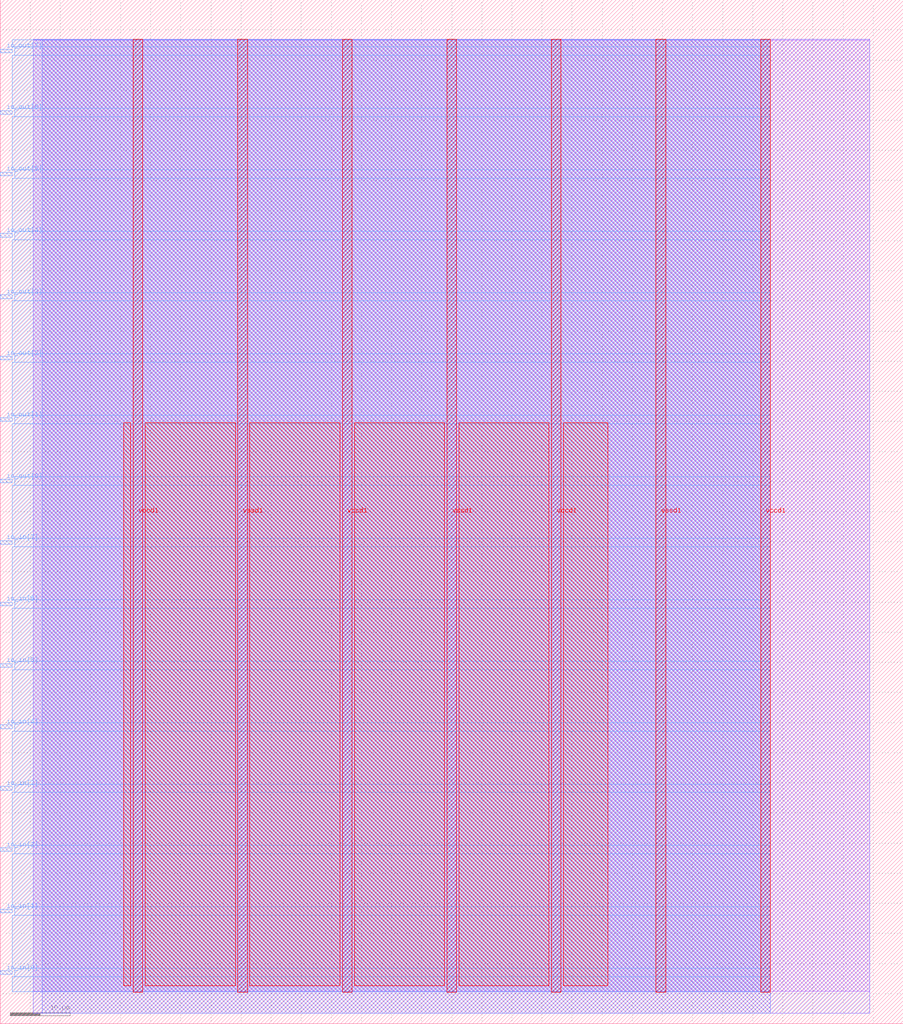
<source format=lef>
VERSION 5.7 ;
  NOWIREEXTENSIONATPIN ON ;
  DIVIDERCHAR "/" ;
  BUSBITCHARS "[]" ;
MACRO chrisruk_matrix
  CLASS BLOCK ;
  FOREIGN chrisruk_matrix ;
  ORIGIN 0.000 0.000 ;
  SIZE 150.000 BY 170.000 ;
  PIN io_in[0]
    DIRECTION INPUT ;
    USE SIGNAL ;
    PORT
      LAYER met3 ;
        RECT 0.000 8.200 2.000 8.800 ;
    END
  END io_in[0]
  PIN io_in[1]
    DIRECTION INPUT ;
    USE SIGNAL ;
    PORT
      LAYER met3 ;
        RECT 0.000 18.400 2.000 19.000 ;
    END
  END io_in[1]
  PIN io_in[2]
    DIRECTION INPUT ;
    USE SIGNAL ;
    PORT
      LAYER met3 ;
        RECT 0.000 28.600 2.000 29.200 ;
    END
  END io_in[2]
  PIN io_in[3]
    DIRECTION INPUT ;
    USE SIGNAL ;
    PORT
      LAYER met3 ;
        RECT 0.000 38.800 2.000 39.400 ;
    END
  END io_in[3]
  PIN io_in[4]
    DIRECTION INPUT ;
    USE SIGNAL ;
    PORT
      LAYER met3 ;
        RECT 0.000 49.000 2.000 49.600 ;
    END
  END io_in[4]
  PIN io_in[5]
    DIRECTION INPUT ;
    USE SIGNAL ;
    PORT
      LAYER met3 ;
        RECT 0.000 59.200 2.000 59.800 ;
    END
  END io_in[5]
  PIN io_in[6]
    DIRECTION INPUT ;
    USE SIGNAL ;
    PORT
      LAYER met3 ;
        RECT 0.000 69.400 2.000 70.000 ;
    END
  END io_in[6]
  PIN io_in[7]
    DIRECTION INPUT ;
    USE SIGNAL ;
    PORT
      LAYER met3 ;
        RECT 0.000 79.600 2.000 80.200 ;
    END
  END io_in[7]
  PIN io_out[0]
    DIRECTION OUTPUT TRISTATE ;
    USE SIGNAL ;
    PORT
      LAYER met3 ;
        RECT 0.000 89.800 2.000 90.400 ;
    END
  END io_out[0]
  PIN io_out[1]
    DIRECTION OUTPUT TRISTATE ;
    USE SIGNAL ;
    PORT
      LAYER met3 ;
        RECT 0.000 100.000 2.000 100.600 ;
    END
  END io_out[1]
  PIN io_out[2]
    DIRECTION OUTPUT TRISTATE ;
    USE SIGNAL ;
    PORT
      LAYER met3 ;
        RECT 0.000 110.200 2.000 110.800 ;
    END
  END io_out[2]
  PIN io_out[3]
    DIRECTION OUTPUT TRISTATE ;
    USE SIGNAL ;
    PORT
      LAYER met3 ;
        RECT 0.000 120.400 2.000 121.000 ;
    END
  END io_out[3]
  PIN io_out[4]
    DIRECTION OUTPUT TRISTATE ;
    USE SIGNAL ;
    PORT
      LAYER met3 ;
        RECT 0.000 130.600 2.000 131.200 ;
    END
  END io_out[4]
  PIN io_out[5]
    DIRECTION OUTPUT TRISTATE ;
    USE SIGNAL ;
    PORT
      LAYER met3 ;
        RECT 0.000 140.800 2.000 141.400 ;
    END
  END io_out[5]
  PIN io_out[6]
    DIRECTION OUTPUT TRISTATE ;
    USE SIGNAL ;
    PORT
      LAYER met3 ;
        RECT 0.000 151.000 2.000 151.600 ;
    END
  END io_out[6]
  PIN io_out[7]
    DIRECTION OUTPUT TRISTATE ;
    USE SIGNAL ;
    PORT
      LAYER met3 ;
        RECT 0.000 161.200 2.000 161.800 ;
    END
  END io_out[7]
  PIN vccd1
    DIRECTION INOUT ;
    USE POWER ;
    PORT
      LAYER met4 ;
        RECT 22.090 5.200 23.690 163.440 ;
    END
    PORT
      LAYER met4 ;
        RECT 56.830 5.200 58.430 163.440 ;
    END
    PORT
      LAYER met4 ;
        RECT 91.570 5.200 93.170 163.440 ;
    END
    PORT
      LAYER met4 ;
        RECT 126.310 5.200 127.910 163.440 ;
    END
  END vccd1
  PIN vssd1
    DIRECTION INOUT ;
    USE GROUND ;
    PORT
      LAYER met4 ;
        RECT 39.460 5.200 41.060 163.440 ;
    END
    PORT
      LAYER met4 ;
        RECT 74.200 5.200 75.800 163.440 ;
    END
    PORT
      LAYER met4 ;
        RECT 108.940 5.200 110.540 163.440 ;
    END
  END vssd1
  OBS
      LAYER li1 ;
        RECT 5.520 5.355 144.440 163.285 ;
      LAYER met1 ;
        RECT 5.520 1.740 144.440 163.440 ;
      LAYER met2 ;
        RECT 7.000 1.710 127.880 163.385 ;
      LAYER met3 ;
        RECT 2.000 162.200 127.900 163.365 ;
        RECT 2.400 160.800 127.900 162.200 ;
        RECT 2.000 152.000 127.900 160.800 ;
        RECT 2.400 150.600 127.900 152.000 ;
        RECT 2.000 141.800 127.900 150.600 ;
        RECT 2.400 140.400 127.900 141.800 ;
        RECT 2.000 131.600 127.900 140.400 ;
        RECT 2.400 130.200 127.900 131.600 ;
        RECT 2.000 121.400 127.900 130.200 ;
        RECT 2.400 120.000 127.900 121.400 ;
        RECT 2.000 111.200 127.900 120.000 ;
        RECT 2.400 109.800 127.900 111.200 ;
        RECT 2.000 101.000 127.900 109.800 ;
        RECT 2.400 99.600 127.900 101.000 ;
        RECT 2.000 90.800 127.900 99.600 ;
        RECT 2.400 89.400 127.900 90.800 ;
        RECT 2.000 80.600 127.900 89.400 ;
        RECT 2.400 79.200 127.900 80.600 ;
        RECT 2.000 70.400 127.900 79.200 ;
        RECT 2.400 69.000 127.900 70.400 ;
        RECT 2.000 60.200 127.900 69.000 ;
        RECT 2.400 58.800 127.900 60.200 ;
        RECT 2.000 50.000 127.900 58.800 ;
        RECT 2.400 48.600 127.900 50.000 ;
        RECT 2.000 39.800 127.900 48.600 ;
        RECT 2.400 38.400 127.900 39.800 ;
        RECT 2.000 29.600 127.900 38.400 ;
        RECT 2.400 28.200 127.900 29.600 ;
        RECT 2.000 19.400 127.900 28.200 ;
        RECT 2.400 18.000 127.900 19.400 ;
        RECT 2.000 9.200 127.900 18.000 ;
        RECT 2.400 7.800 127.900 9.200 ;
        RECT 2.000 5.275 127.900 7.800 ;
      LAYER met4 ;
        RECT 20.535 6.295 21.690 99.785 ;
        RECT 24.090 6.295 39.060 99.785 ;
        RECT 41.460 6.295 56.430 99.785 ;
        RECT 58.830 6.295 73.800 99.785 ;
        RECT 76.200 6.295 91.170 99.785 ;
        RECT 93.570 6.295 100.905 99.785 ;
  END
END chrisruk_matrix
END LIBRARY


</source>
